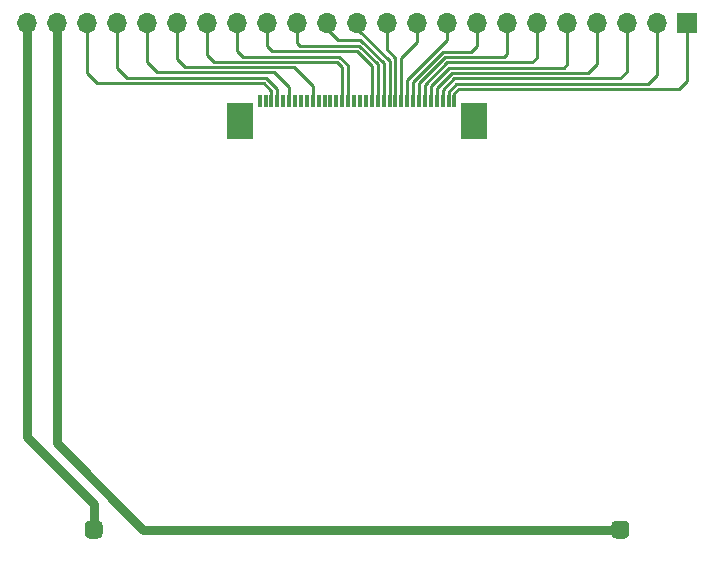
<source format=gbr>
%TF.GenerationSoftware,KiCad,Pcbnew,(5.1.6)-1*%
%TF.CreationDate,2020-12-29T13:13:14+01:00*%
%TF.ProjectId,powertip_lcd_adapter,706f7765-7274-4697-905f-6c63645f6164,rev?*%
%TF.SameCoordinates,Original*%
%TF.FileFunction,Copper,L1,Top*%
%TF.FilePolarity,Positive*%
%FSLAX46Y46*%
G04 Gerber Fmt 4.6, Leading zero omitted, Abs format (unit mm)*
G04 Created by KiCad (PCBNEW (5.1.6)-1) date 2020-12-29 13:13:14*
%MOMM*%
%LPD*%
G01*
G04 APERTURE LIST*
%TA.AperFunction,ComponentPad*%
%ADD10O,1.700000X1.700000*%
%TD*%
%TA.AperFunction,ComponentPad*%
%ADD11R,1.700000X1.700000*%
%TD*%
%TA.AperFunction,SMDPad,CuDef*%
%ADD12R,2.300000X3.100000*%
%TD*%
%TA.AperFunction,SMDPad,CuDef*%
%ADD13R,0.300000X1.100000*%
%TD*%
%TA.AperFunction,Conductor*%
%ADD14C,0.250000*%
%TD*%
%TA.AperFunction,Conductor*%
%ADD15C,0.750000*%
%TD*%
G04 APERTURE END LIST*
D10*
%TO.P,J2,23*%
%TO.N,/K*%
X118780000Y-73475000D03*
%TO.P,J2,22*%
%TO.N,/A*%
X121320000Y-73475000D03*
%TO.P,J2,21*%
%TO.N,/P_S*%
X123860000Y-73475000D03*
%TO.P,J2,20*%
%TO.N,/C86*%
X126400000Y-73475000D03*
%TO.P,J2,19*%
%TO.N,/VG*%
X128940000Y-73475000D03*
%TO.P,J2,18*%
%TO.N,/VM*%
X131480000Y-73475000D03*
%TO.P,J2,17*%
%TO.N,/XV_0*%
X134020000Y-73475000D03*
%TO.P,J2,16*%
%TO.N,/V_0*%
X136560000Y-73475000D03*
%TO.P,J2,15*%
%TO.N,/VSS*%
X139100000Y-73475000D03*
%TO.P,J2,14*%
%TO.N,/VDD*%
X141640000Y-73475000D03*
%TO.P,J2,13*%
%TO.N,/D_7*%
X144180000Y-73475000D03*
%TO.P,J2,12*%
%TO.N,/D_6*%
X146720000Y-73475000D03*
%TO.P,J2,11*%
%TO.N,/D_5*%
X149260000Y-73475000D03*
%TO.P,J2,10*%
%TO.N,/D_4*%
X151800000Y-73475000D03*
%TO.P,J2,9*%
%TO.N,/D_3*%
X154340000Y-73475000D03*
%TO.P,J2,8*%
%TO.N,/D_2*%
X156880000Y-73475000D03*
%TO.P,J2,7*%
%TO.N,/D_1*%
X159420000Y-73475000D03*
%TO.P,J2,6*%
%TO.N,/D_0*%
X161960000Y-73475000D03*
%TO.P,J2,5*%
%TO.N,/RD*%
X164500000Y-73475000D03*
%TO.P,J2,4*%
%TO.N,/WR*%
X167040000Y-73475000D03*
%TO.P,J2,3*%
%TO.N,/A_0*%
X169580000Y-73475000D03*
%TO.P,J2,2*%
%TO.N,/RST*%
X172120000Y-73475000D03*
D11*
%TO.P,J2,1*%
%TO.N,/CS_1*%
X174660000Y-73475000D03*
%TD*%
%TO.P,LCD1,1*%
%TO.N,/K*%
%TA.AperFunction,SMDPad,CuDef*%
G36*
G01*
X123658000Y-116756000D02*
X123658000Y-115994000D01*
G75*
G02*
X124039000Y-115613000I381000J0D01*
G01*
X124801000Y-115613000D01*
G75*
G02*
X125182000Y-115994000I0J-381000D01*
G01*
X125182000Y-116756000D01*
G75*
G02*
X124801000Y-117137000I-381000J0D01*
G01*
X124039000Y-117137000D01*
G75*
G02*
X123658000Y-116756000I0J381000D01*
G01*
G37*
%TD.AperFunction*%
%TO.P,LCD1,2*%
%TO.N,/A*%
%TA.AperFunction,SMDPad,CuDef*%
G36*
G01*
X168258000Y-116756000D02*
X168258000Y-115994000D01*
G75*
G02*
X168639000Y-115613000I381000J0D01*
G01*
X169401000Y-115613000D01*
G75*
G02*
X169782000Y-115994000I0J-381000D01*
G01*
X169782000Y-116756000D01*
G75*
G02*
X169401000Y-117137000I-381000J0D01*
G01*
X168639000Y-117137000D01*
G75*
G02*
X168258000Y-116756000I0J381000D01*
G01*
G37*
%TD.AperFunction*%
%TD*%
D12*
%TO.P,J1,MP*%
%TO.N,N/C*%
X156640000Y-81825000D03*
X136800000Y-81825000D03*
D13*
%TO.P,J1,34*%
%TO.N,/CS_1*%
X154970000Y-80125000D03*
%TO.P,J1,33*%
%TO.N,/RST*%
X154470000Y-80125000D03*
%TO.P,J1,32*%
%TO.N,/A_0*%
X153970000Y-80125000D03*
%TO.P,J1,31*%
%TO.N,/WR*%
X153470000Y-80125000D03*
%TO.P,J1,30*%
%TO.N,/RD*%
X152970000Y-80125000D03*
%TO.P,J1,29*%
%TO.N,/D_0*%
X152470000Y-80125000D03*
%TO.P,J1,28*%
%TO.N,/D_1*%
X151970000Y-80125000D03*
%TO.P,J1,27*%
%TO.N,/D_2*%
X151470000Y-80125000D03*
%TO.P,J1,26*%
%TO.N,/D_3*%
X150970000Y-80125000D03*
%TO.P,J1,25*%
%TO.N,/D_4*%
X150470000Y-80125000D03*
%TO.P,J1,24*%
%TO.N,/D_5*%
X149970000Y-80125000D03*
%TO.P,J1,23*%
%TO.N,/D_6*%
X149470000Y-80125000D03*
%TO.P,J1,22*%
%TO.N,/D_7*%
X148970000Y-80125000D03*
%TO.P,J1,21*%
%TO.N,/VDD*%
X148470000Y-80125000D03*
%TO.P,J1,20*%
%TO.N,/VSS*%
X147970000Y-80125000D03*
%TO.P,J1,19*%
%TO.N,Net-(J1-Pad19)*%
X147470000Y-80125000D03*
%TO.P,J1,18*%
%TO.N,Net-(J1-Pad18)*%
X146970000Y-80125000D03*
%TO.P,J1,17*%
%TO.N,Net-(J1-Pad17)*%
X146470000Y-80125000D03*
%TO.P,J1,16*%
%TO.N,/V_0*%
X145970000Y-80125000D03*
%TO.P,J1,15*%
%TO.N,/XV_0*%
X145470000Y-80125000D03*
%TO.P,J1,14*%
%TO.N,Net-(J1-Pad14)*%
X144970000Y-80125000D03*
%TO.P,J1,13*%
%TO.N,Net-(J1-Pad13)*%
X144470000Y-80125000D03*
%TO.P,J1,12*%
%TO.N,Net-(J1-Pad12)*%
X143970000Y-80125000D03*
%TO.P,J1,11*%
%TO.N,Net-(J1-Pad11)*%
X143470000Y-80125000D03*
%TO.P,J1,10*%
%TO.N,/VM*%
X142970000Y-80125000D03*
%TO.P,J1,9*%
%TO.N,Net-(J1-Pad9)*%
X142470000Y-80125000D03*
%TO.P,J1,8*%
%TO.N,Net-(J1-Pad8)*%
X141970000Y-80125000D03*
%TO.P,J1,7*%
%TO.N,Net-(J1-Pad7)*%
X141470000Y-80125000D03*
%TO.P,J1,6*%
%TO.N,/VG*%
X140970000Y-80125000D03*
%TO.P,J1,5*%
%TO.N,Net-(J1-Pad5)*%
X140470000Y-80125000D03*
%TO.P,J1,4*%
%TO.N,/C86*%
X139970000Y-80125000D03*
%TO.P,J1,3*%
%TO.N,/P_S*%
X139470000Y-80125000D03*
%TO.P,J1,2*%
%TO.N,Net-(J1-Pad2)*%
X138970000Y-80125000D03*
%TO.P,J1,1*%
%TO.N,Net-(J1-Pad1)*%
X138470000Y-80125000D03*
%TD*%
D14*
%TO.N,/CS_1*%
X154970000Y-80125000D02*
X154970000Y-79425000D01*
X154970000Y-79425000D02*
X155320000Y-79075000D01*
X155320000Y-79075000D02*
X174020000Y-79075000D01*
X174660000Y-78435000D02*
X174660000Y-73475000D01*
X174020000Y-79075000D02*
X174660000Y-78435000D01*
%TO.N,/RST*%
X154470000Y-80125000D02*
X154470000Y-79288590D01*
X154470000Y-79288590D02*
X155133600Y-78624990D01*
X155133600Y-78624990D02*
X171370010Y-78624990D01*
X172120000Y-77875000D02*
X172120000Y-73475000D01*
X171370010Y-78624990D02*
X172120000Y-77875000D01*
%TO.N,/A_0*%
X153970000Y-80125000D02*
X153970000Y-79125000D01*
X153970000Y-79125000D02*
X154920020Y-78174980D01*
X154920020Y-78174980D02*
X169020020Y-78174980D01*
X169580000Y-77615000D02*
X169580000Y-73475000D01*
X169020020Y-78174980D02*
X169580000Y-77615000D01*
%TO.N,/WR*%
X153470000Y-80125000D02*
X153470000Y-78988590D01*
X153470000Y-78988590D02*
X154733620Y-77724970D01*
X154733620Y-77724970D02*
X166270030Y-77724970D01*
X167040000Y-76955000D02*
X167040000Y-73475000D01*
X166270030Y-77724970D02*
X167040000Y-76955000D01*
%TO.N,/RD*%
X152970000Y-80125000D02*
X152970000Y-78852180D01*
X152970000Y-78852180D02*
X154547219Y-77274961D01*
X154547219Y-77274961D02*
X164220039Y-77274961D01*
X164500000Y-76995000D02*
X164500000Y-73475000D01*
X164220039Y-77274961D02*
X164500000Y-76995000D01*
%TO.N,/D_0*%
X152470000Y-80125000D02*
X152470000Y-78715770D01*
X152470000Y-78715770D02*
X154360819Y-76824951D01*
X154360819Y-76824951D02*
X161570049Y-76824951D01*
X161960000Y-76435000D02*
X161960000Y-73475000D01*
X161570049Y-76824951D02*
X161960000Y-76435000D01*
%TO.N,/D_1*%
X151970000Y-80125000D02*
X151970000Y-78579360D01*
X151970000Y-78579360D02*
X154174419Y-76374941D01*
X154174419Y-76374941D02*
X159120059Y-76374941D01*
X159420000Y-76075000D02*
X159420000Y-73475000D01*
X159120059Y-76374941D02*
X159420000Y-76075000D01*
%TO.N,/D_2*%
X156880000Y-75415000D02*
X156880000Y-73475000D01*
X151470000Y-80125000D02*
X151470000Y-78442950D01*
X156370069Y-75924931D02*
X156880000Y-75415000D01*
X153988019Y-75924931D02*
X156370069Y-75924931D01*
X151470000Y-78442950D02*
X153988019Y-75924931D01*
%TO.N,/D_3*%
X150970000Y-80125000D02*
X150970000Y-78306540D01*
X154340000Y-74936540D02*
X154340000Y-73475000D01*
X150970000Y-78306540D02*
X154340000Y-74936540D01*
%TO.N,/D_4*%
X150470000Y-80125000D02*
X150470000Y-76425000D01*
X151800000Y-75095000D02*
X151800000Y-73475000D01*
X150470000Y-76425000D02*
X151800000Y-75095000D01*
%TO.N,/D_5*%
X149970000Y-80125000D02*
X149970000Y-76425000D01*
X149260000Y-75715000D02*
X149260000Y-73475000D01*
X149970000Y-76425000D02*
X149260000Y-75715000D01*
%TO.N,/D_6*%
X149470000Y-80125000D02*
X149470000Y-76725000D01*
X146720000Y-73975000D02*
X146720000Y-73475000D01*
X149470000Y-76725000D02*
X146720000Y-73975000D01*
%TO.N,/D_7*%
X144180000Y-73962180D02*
X144180000Y-73475000D01*
X148970000Y-80125000D02*
X148970000Y-76861410D01*
X146997180Y-74888590D02*
X145106410Y-74888590D01*
X148970000Y-76861410D02*
X146997180Y-74888590D01*
X145106410Y-74888590D02*
X144180000Y-73962180D01*
%TO.N,/VDD*%
X141869930Y-75424930D02*
X141640000Y-75195000D01*
X146897110Y-75424930D02*
X141869930Y-75424930D01*
X141640000Y-75195000D02*
X141640000Y-73475000D01*
X148470000Y-80125000D02*
X148470000Y-76997820D01*
X148470000Y-76997820D02*
X146897110Y-75424930D01*
%TO.N,/VSS*%
X139519940Y-75874940D02*
X139100000Y-75455000D01*
X146710710Y-75874940D02*
X139519940Y-75874940D01*
X147970000Y-80125000D02*
X147970000Y-77134230D01*
X139100000Y-75455000D02*
X139100000Y-73475000D01*
X147970000Y-77134230D02*
X146710710Y-75874940D01*
%TO.N,/V_0*%
X136560000Y-75815000D02*
X136560000Y-73475000D01*
X137069950Y-76324950D02*
X136560000Y-75815000D01*
X145220000Y-76324950D02*
X137069950Y-76324950D01*
X145970000Y-77074950D02*
X145220000Y-76324950D01*
X145970000Y-80125000D02*
X145970000Y-77074950D01*
%TO.N,/XV_0*%
X134020000Y-76175000D02*
X134020000Y-73475000D01*
X134619960Y-76774960D02*
X134020000Y-76175000D01*
X145019960Y-76774960D02*
X134619960Y-76774960D01*
X145470000Y-80125000D02*
X145470000Y-77225000D01*
X145470000Y-77225000D02*
X145019960Y-76774960D01*
%TO.N,/VM*%
X142970000Y-80125000D02*
X142970000Y-78825000D01*
X142970000Y-78825000D02*
X141369970Y-77224970D01*
X141369970Y-77224970D02*
X132169970Y-77224970D01*
X131480000Y-76535000D02*
X131480000Y-73475000D01*
X132169970Y-77224970D02*
X131480000Y-76535000D01*
%TO.N,/VG*%
X140970000Y-80125000D02*
X140970000Y-78925000D01*
X140970000Y-78925000D02*
X139719980Y-77674980D01*
X139719980Y-77674980D02*
X129819980Y-77674980D01*
X128940000Y-76795000D02*
X128940000Y-73475000D01*
X129819980Y-77674980D02*
X128940000Y-76795000D01*
%TO.N,/C86*%
X139970000Y-80125000D02*
X139970000Y-79088590D01*
X139970000Y-79088590D02*
X139006400Y-78124990D01*
X139006400Y-78124990D02*
X127269990Y-78124990D01*
X126400000Y-77255000D02*
X126400000Y-73475000D01*
X127269990Y-78124990D02*
X126400000Y-77255000D01*
%TO.N,/P_S*%
X123860000Y-76415000D02*
X123860000Y-73475000D01*
X139470000Y-79225000D02*
X138820000Y-78575000D01*
X139470000Y-80125000D02*
X139470000Y-79225000D01*
X138820000Y-78575000D02*
X124720000Y-78575000D01*
X124720000Y-78575000D02*
X123860000Y-77715000D01*
X123860000Y-77715000D02*
X123860000Y-76415000D01*
D15*
%TO.N,/K*%
X118780000Y-73475000D02*
X118780000Y-108535000D01*
X124420000Y-114175000D02*
X124420000Y-116375000D01*
X118780000Y-108535000D02*
X124420000Y-114175000D01*
%TO.N,/A*%
X121320000Y-73475000D02*
X121320000Y-109075000D01*
X128620000Y-116375000D02*
X169020000Y-116375000D01*
X121320000Y-109075000D02*
X128620000Y-116375000D01*
%TD*%
M02*

</source>
